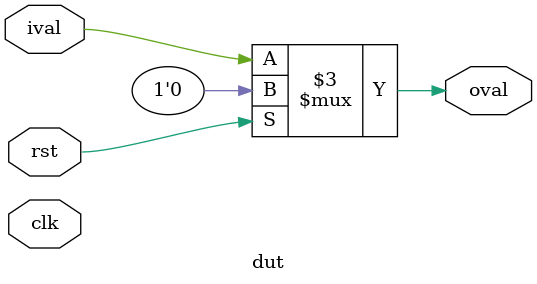
<source format=v>
module testbench;
 reg clk, rst, i; 
 wire o;

 dut i1(clk, rst, i, o);

 initial begin
  rst = 1'bx;
  i = 1'b0;
  clk = 1'b0;
  //xprop turned off for this module so it will not combine
  if (o) i = 1'b0;
  else i = 1'b1;

  clk = 1'b1;
  #1 ;
  clk = 1'b0;
  #1 ;
  $display("o=%b", o);
 end
endmodule

//include this module for x-propagation
module dut(clk, rst, ival, oval);
 input clk; 
 input rst; 
 input ival;
 output reg oval; 
 
 always @(clk)
  begin
   if (rst) oval = 1'b0;
   else oval = ival;
  end
endmodule

</source>
